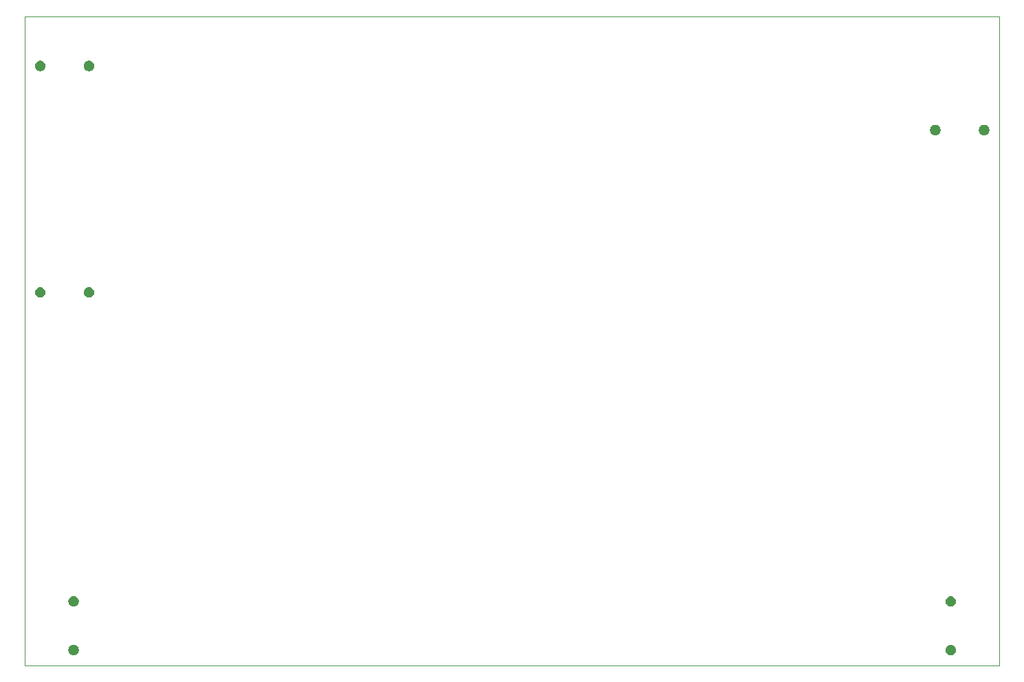
<source format=gbr>
%TF.GenerationSoftware,KiCad,Pcbnew,9.0.3*%
%TF.CreationDate,2025-08-06T15:24:12+02:00*%
%TF.ProjectId,Spikeling_v3.0,5370696b-656c-4696-9e67-5f76332e302e,rev?*%
%TF.SameCoordinates,Original*%
%TF.FileFunction,Profile,NP*%
%FSLAX46Y46*%
G04 Gerber Fmt 4.6, Leading zero omitted, Abs format (unit mm)*
G04 Created by KiCad (PCBNEW 9.0.3) date 2025-08-06 15:24:12*
%MOMM*%
%LPD*%
G01*
G04 APERTURE LIST*
%TA.AperFunction,Profile*%
%ADD10C,0.100000*%
%TD*%
%TA.AperFunction,Profile*%
%ADD11C,0.000000*%
%TD*%
G04 APERTURE END LIST*
D10*
X220000000Y-130000000D02*
X100000000Y-130000000D01*
X100000000Y-50000000D02*
X220000000Y-50000000D01*
X220000000Y-50000000D02*
X220000000Y-130000000D01*
X100000000Y-130000000D02*
X100000000Y-50000000D01*
D11*
%TA.AperFunction,Profile*%
%TO.C,J4*%
G36*
X102088685Y-83377989D02*
G01*
X102206408Y-83426751D01*
X102312356Y-83497543D01*
X102402457Y-83587644D01*
X102473249Y-83693592D01*
X102522011Y-83811315D01*
X102546870Y-83936289D01*
X102546870Y-84063711D01*
X102522011Y-84188685D01*
X102473249Y-84306408D01*
X102402457Y-84412356D01*
X102312356Y-84502457D01*
X102206408Y-84573249D01*
X102088685Y-84622011D01*
X101963711Y-84646870D01*
X101836289Y-84646870D01*
X101711315Y-84622011D01*
X101593592Y-84573249D01*
X101487644Y-84502457D01*
X101397543Y-84412356D01*
X101326751Y-84306408D01*
X101277989Y-84188685D01*
X101253130Y-84063711D01*
X101253130Y-83936289D01*
X101277989Y-83811315D01*
X101326751Y-83693592D01*
X101397543Y-83587644D01*
X101487644Y-83497543D01*
X101593592Y-83426751D01*
X101711315Y-83377989D01*
X101836289Y-83353130D01*
X101963711Y-83353130D01*
X102088685Y-83377989D01*
G37*
%TD.AperFunction*%
%TA.AperFunction,Profile*%
G36*
X108088685Y-83377989D02*
G01*
X108206408Y-83426751D01*
X108312356Y-83497543D01*
X108402457Y-83587644D01*
X108473249Y-83693592D01*
X108522011Y-83811315D01*
X108546870Y-83936289D01*
X108546870Y-84063711D01*
X108522011Y-84188685D01*
X108473249Y-84306408D01*
X108402457Y-84412356D01*
X108312356Y-84502457D01*
X108206408Y-84573249D01*
X108088685Y-84622011D01*
X107963711Y-84646870D01*
X107836289Y-84646870D01*
X107711315Y-84622011D01*
X107593592Y-84573249D01*
X107487644Y-84502457D01*
X107397543Y-84412356D01*
X107326751Y-84306408D01*
X107277989Y-84188685D01*
X107253130Y-84063711D01*
X107253130Y-83936289D01*
X107277989Y-83811315D01*
X107326751Y-83693592D01*
X107397543Y-83587644D01*
X107487644Y-83497543D01*
X107593592Y-83426751D01*
X107711315Y-83377989D01*
X107836289Y-83353130D01*
X107963711Y-83353130D01*
X108088685Y-83377989D01*
G37*
%TD.AperFunction*%
%TA.AperFunction,Profile*%
%TO.C,J5*%
G36*
X214188685Y-121477989D02*
G01*
X214306408Y-121526751D01*
X214412356Y-121597543D01*
X214502457Y-121687644D01*
X214573249Y-121793592D01*
X214622011Y-121911315D01*
X214646870Y-122036289D01*
X214646870Y-122163711D01*
X214622011Y-122288685D01*
X214573249Y-122406408D01*
X214502457Y-122512356D01*
X214412356Y-122602457D01*
X214306408Y-122673249D01*
X214188685Y-122722011D01*
X214063711Y-122746870D01*
X213936289Y-122746870D01*
X213811315Y-122722011D01*
X213693592Y-122673249D01*
X213587644Y-122602457D01*
X213497543Y-122512356D01*
X213426751Y-122406408D01*
X213377989Y-122288685D01*
X213353130Y-122163711D01*
X213353130Y-122036289D01*
X213377989Y-121911315D01*
X213426751Y-121793592D01*
X213497543Y-121687644D01*
X213587644Y-121597543D01*
X213693592Y-121526751D01*
X213811315Y-121477989D01*
X213936289Y-121453130D01*
X214063711Y-121453130D01*
X214188685Y-121477989D01*
G37*
%TD.AperFunction*%
%TA.AperFunction,Profile*%
G36*
X214188685Y-127477989D02*
G01*
X214306408Y-127526751D01*
X214412356Y-127597543D01*
X214502457Y-127687644D01*
X214573249Y-127793592D01*
X214622011Y-127911315D01*
X214646870Y-128036289D01*
X214646870Y-128163711D01*
X214622011Y-128288685D01*
X214573249Y-128406408D01*
X214502457Y-128512356D01*
X214412356Y-128602457D01*
X214306408Y-128673249D01*
X214188685Y-128722011D01*
X214063711Y-128746870D01*
X213936289Y-128746870D01*
X213811315Y-128722011D01*
X213693592Y-128673249D01*
X213587644Y-128602457D01*
X213497543Y-128512356D01*
X213426751Y-128406408D01*
X213377989Y-128288685D01*
X213353130Y-128163711D01*
X213353130Y-128036289D01*
X213377989Y-127911315D01*
X213426751Y-127793592D01*
X213497543Y-127687644D01*
X213587644Y-127597543D01*
X213693592Y-127526751D01*
X213811315Y-127477989D01*
X213936289Y-127453130D01*
X214063711Y-127453130D01*
X214188685Y-127477989D01*
G37*
%TD.AperFunction*%
%TA.AperFunction,Profile*%
%TO.C,J6*%
G36*
X212288685Y-63377989D02*
G01*
X212406408Y-63426751D01*
X212512356Y-63497543D01*
X212602457Y-63587644D01*
X212673249Y-63693592D01*
X212722011Y-63811315D01*
X212746870Y-63936289D01*
X212746870Y-64063711D01*
X212722011Y-64188685D01*
X212673249Y-64306408D01*
X212602457Y-64412356D01*
X212512356Y-64502457D01*
X212406408Y-64573249D01*
X212288685Y-64622011D01*
X212163711Y-64646870D01*
X212036289Y-64646870D01*
X211911315Y-64622011D01*
X211793592Y-64573249D01*
X211687644Y-64502457D01*
X211597543Y-64412356D01*
X211526751Y-64306408D01*
X211477989Y-64188685D01*
X211453130Y-64063711D01*
X211453130Y-63936289D01*
X211477989Y-63811315D01*
X211526751Y-63693592D01*
X211597543Y-63587644D01*
X211687644Y-63497543D01*
X211793592Y-63426751D01*
X211911315Y-63377989D01*
X212036289Y-63353130D01*
X212163711Y-63353130D01*
X212288685Y-63377989D01*
G37*
%TD.AperFunction*%
%TA.AperFunction,Profile*%
G36*
X218288685Y-63377989D02*
G01*
X218406408Y-63426751D01*
X218512356Y-63497543D01*
X218602457Y-63587644D01*
X218673249Y-63693592D01*
X218722011Y-63811315D01*
X218746870Y-63936289D01*
X218746870Y-64063711D01*
X218722011Y-64188685D01*
X218673249Y-64306408D01*
X218602457Y-64412356D01*
X218512356Y-64502457D01*
X218406408Y-64573249D01*
X218288685Y-64622011D01*
X218163711Y-64646870D01*
X218036289Y-64646870D01*
X217911315Y-64622011D01*
X217793592Y-64573249D01*
X217687644Y-64502457D01*
X217597543Y-64412356D01*
X217526751Y-64306408D01*
X217477989Y-64188685D01*
X217453130Y-64063711D01*
X217453130Y-63936289D01*
X217477989Y-63811315D01*
X217526751Y-63693592D01*
X217597543Y-63587644D01*
X217687644Y-63497543D01*
X217793592Y-63426751D01*
X217911315Y-63377989D01*
X218036289Y-63353130D01*
X218163711Y-63353130D01*
X218288685Y-63377989D01*
G37*
%TD.AperFunction*%
%TA.AperFunction,Profile*%
%TO.C,J3*%
G36*
X102088685Y-55477989D02*
G01*
X102206408Y-55526751D01*
X102312356Y-55597543D01*
X102402457Y-55687644D01*
X102473249Y-55793592D01*
X102522011Y-55911315D01*
X102546870Y-56036289D01*
X102546870Y-56163711D01*
X102522011Y-56288685D01*
X102473249Y-56406408D01*
X102402457Y-56512356D01*
X102312356Y-56602457D01*
X102206408Y-56673249D01*
X102088685Y-56722011D01*
X101963711Y-56746870D01*
X101836289Y-56746870D01*
X101711315Y-56722011D01*
X101593592Y-56673249D01*
X101487644Y-56602457D01*
X101397543Y-56512356D01*
X101326751Y-56406408D01*
X101277989Y-56288685D01*
X101253130Y-56163711D01*
X101253130Y-56036289D01*
X101277989Y-55911315D01*
X101326751Y-55793592D01*
X101397543Y-55687644D01*
X101487644Y-55597543D01*
X101593592Y-55526751D01*
X101711315Y-55477989D01*
X101836289Y-55453130D01*
X101963711Y-55453130D01*
X102088685Y-55477989D01*
G37*
%TD.AperFunction*%
%TA.AperFunction,Profile*%
G36*
X108088685Y-55477989D02*
G01*
X108206408Y-55526751D01*
X108312356Y-55597543D01*
X108402457Y-55687644D01*
X108473249Y-55793592D01*
X108522011Y-55911315D01*
X108546870Y-56036289D01*
X108546870Y-56163711D01*
X108522011Y-56288685D01*
X108473249Y-56406408D01*
X108402457Y-56512356D01*
X108312356Y-56602457D01*
X108206408Y-56673249D01*
X108088685Y-56722011D01*
X107963711Y-56746870D01*
X107836289Y-56746870D01*
X107711315Y-56722011D01*
X107593592Y-56673249D01*
X107487644Y-56602457D01*
X107397543Y-56512356D01*
X107326751Y-56406408D01*
X107277989Y-56288685D01*
X107253130Y-56163711D01*
X107253130Y-56036289D01*
X107277989Y-55911315D01*
X107326751Y-55793592D01*
X107397543Y-55687644D01*
X107487644Y-55597543D01*
X107593592Y-55526751D01*
X107711315Y-55477989D01*
X107836289Y-55453130D01*
X107963711Y-55453130D01*
X108088685Y-55477989D01*
G37*
%TD.AperFunction*%
%TA.AperFunction,Profile*%
%TO.C,J2*%
G36*
X106188685Y-121477989D02*
G01*
X106306408Y-121526751D01*
X106412356Y-121597543D01*
X106502457Y-121687644D01*
X106573249Y-121793592D01*
X106622011Y-121911315D01*
X106646870Y-122036289D01*
X106646870Y-122163711D01*
X106622011Y-122288685D01*
X106573249Y-122406408D01*
X106502457Y-122512356D01*
X106412356Y-122602457D01*
X106306408Y-122673249D01*
X106188685Y-122722011D01*
X106063711Y-122746870D01*
X105936289Y-122746870D01*
X105811315Y-122722011D01*
X105693592Y-122673249D01*
X105587644Y-122602457D01*
X105497543Y-122512356D01*
X105426751Y-122406408D01*
X105377989Y-122288685D01*
X105353130Y-122163711D01*
X105353130Y-122036289D01*
X105377989Y-121911315D01*
X105426751Y-121793592D01*
X105497543Y-121687644D01*
X105587644Y-121597543D01*
X105693592Y-121526751D01*
X105811315Y-121477989D01*
X105936289Y-121453130D01*
X106063711Y-121453130D01*
X106188685Y-121477989D01*
G37*
%TD.AperFunction*%
%TA.AperFunction,Profile*%
G36*
X106188685Y-127477989D02*
G01*
X106306408Y-127526751D01*
X106412356Y-127597543D01*
X106502457Y-127687644D01*
X106573249Y-127793592D01*
X106622011Y-127911315D01*
X106646870Y-128036289D01*
X106646870Y-128163711D01*
X106622011Y-128288685D01*
X106573249Y-128406408D01*
X106502457Y-128512356D01*
X106412356Y-128602457D01*
X106306408Y-128673249D01*
X106188685Y-128722011D01*
X106063711Y-128746870D01*
X105936289Y-128746870D01*
X105811315Y-128722011D01*
X105693592Y-128673249D01*
X105587644Y-128602457D01*
X105497543Y-128512356D01*
X105426751Y-128406408D01*
X105377989Y-128288685D01*
X105353130Y-128163711D01*
X105353130Y-128036289D01*
X105377989Y-127911315D01*
X105426751Y-127793592D01*
X105497543Y-127687644D01*
X105587644Y-127597543D01*
X105693592Y-127526751D01*
X105811315Y-127477989D01*
X105936289Y-127453130D01*
X106063711Y-127453130D01*
X106188685Y-127477989D01*
G37*
%TD.AperFunction*%
%TD*%
M02*

</source>
